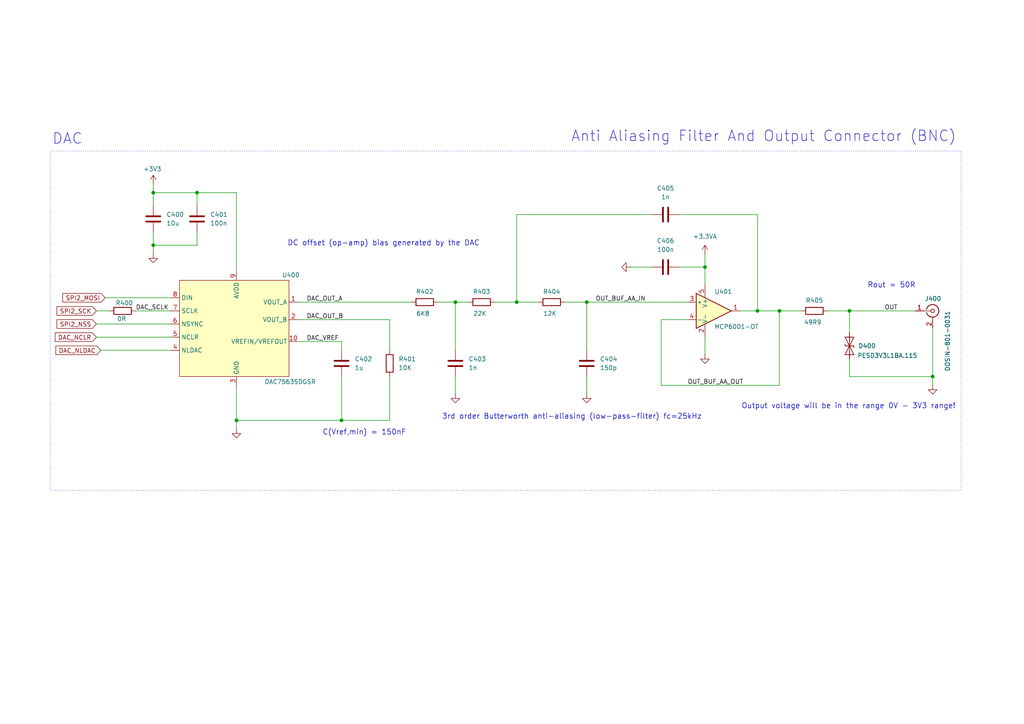
<source format=kicad_sch>
(kicad_sch (version 20250114) (generator "eeschema") (generator_version "9.0")
  (paper "A4")
  (title_block (title "Mixed-Signal-PCB-Design") (date "2025-09-13") (rev "1.0") (company "https://github.com/tsokomalusi/"))
  (lib_symbols
    (symbol "Amplifier_Operational:MCP6001-OT" (pin_names (offset 0.127))
      (property "Reference" "U" (at -1.27 6.35 0))
      (property "Value" "MCP6001-OT" (at -1.27 3.81 0))
      (symbol "MCP6001-OT_0_1"
        (polyline (pts (xy -5.08 5.08) (xy 5.08 0) (xy -5.08 -5.08) (xy -5.08 5.08)) (stroke (width 0.254)) (fill (type background)))
        (pin power_in line (at -2.54 7.62 270) (length 3.81) (name "V+") (number "5"))
        (pin power_in line (at -2.54 -7.62 90) (length 3.81) (name "V-") (number "2"))
      )
      (symbol "MCP6001-OT_1_1"
        (pin input line (at -7.62 2.54 0) (length 2.54) (name "+") (number "3"))
        (pin input line (at -7.62 -2.54 0) (length 2.54) (name "-") (number "4"))
        (pin output line (at 7.62 0 180) (length 2.54) (name "~") (number "1"))
      )
    )
    (symbol "Connector:Conn_Coaxial" (pin_names (offset 1.016) (hide yes))
      (property "Reference" "J" (at 0.254 3.048 0))
      (property "Value" "Conn_Coaxial" (at 2.921 0 90))
      (symbol "Conn_Coaxial_0_1"
        (polyline (pts (xy -2.54 0) (xy -0.508 0)))
        (arc (start 1.778 0) (mid 0.222 -1.8079) (end -1.778 -0.508) (stroke (width 0.254)))
        (arc (start -1.778 0.508) (mid 0.2221 1.8084) (end 1.778 0) (stroke (width 0.254)))
        (circle (center 0 0) (radius 0.508) (stroke (width 0.2032)))
        (polyline (pts (xy 0 -2.54) (xy 0 -1.778)))
      )
      (symbol "Conn_Coaxial_1_1"
        (pin passive line (at -5.08 0 0) (length 2.54) (name "In") (number "1"))
        (pin passive line (at 0 -5.08 90) (length 2.54) (name "Ext") (number "2"))
      )
    )
    (symbol "Device:C" (pin_numbers (hide yes)) (pin_names (offset 0.254))
      (property "Reference" "C" (at 0.635 2.54 0))
      (property "Value" "C" (at 0.635 -2.54 0))
      (symbol "C_0_1"
        (polyline (pts (xy -2.032 0.762) (xy 2.032 0.762)) (stroke (width 0.508)))
        (polyline (pts (xy -2.032 -0.762) (xy 2.032 -0.762)) (stroke (width 0.508)))
      )
      (symbol "C_1_1"
        (pin passive line (at 0 3.81 270) (length 2.794) (name "~") (number "1"))
        (pin passive line (at 0 -3.81 90) (length 2.794) (name "~") (number "2"))
      )
    )
    (symbol "Device:R" (pin_numbers (hide yes)) (pin_names (offset 0))
      (property "Reference" "R" (at 2.032 0 90))
      (property "Value" "R" (at 0 0 90))
      (symbol "R_0_1"
        (rectangle (start -1.016 -2.54) (end 1.016 2.54) (stroke (width 0.254)))
      )
      (symbol "R_1_1"
        (pin passive line (at 0 3.81 270) (length 1.27) (name "~") (number "1"))
        (pin passive line (at 0 -3.81 90) (length 1.27) (name "~") (number "2"))
      )
    )
    (symbol "Diode:SD05_SOD323" (pin_numbers (hide yes)) (pin_names (offset 1.016) (hide yes))
      (property "Reference" "D" (at 0 2.54 0))
      (property "Value" "SD05_SOD323" (at 0 -2.54 0))
      (symbol "SD05_SOD323_0_1"
        (polyline (pts (xy -2.54 -1.27) (xy 0 0) (xy -2.54 1.27) (xy -2.54 -1.27)) (stroke (width 0.2032)))
        (polyline (pts (xy 0.508 1.27) (xy 0 1.27) (xy 0 -1.27) (xy -0.508 -1.27)) (stroke (width 0.2032)))
        (polyline (pts (xy 1.27 0) (xy -1.27 0)))
        (polyline (pts (xy 2.54 1.27) (xy 2.54 -1.27) (xy 0 0) (xy 2.54 1.27)) (stroke (width 0.2032)))
      )
      (symbol "SD05_SOD323_1_1"
        (pin passive line (at -3.81 0 0) (length 2.54) (name "A1") (number "1"))
        (pin passive line (at 3.81 0 180) (length 2.54) (name "A2") (number "2"))
      )
    )
    (symbol "Malusi_Tsoko_Libraries:DAC7563SDGSR"
      (property "Reference" "U400" (at 19.558 23.114 0))
      (property "Value" "DAC7563SDGSR" (at 14.478 -7.874 0))
      (symbol "DAC7563SDGSR_0_0"
        (pin input line (at -12.7 16.51 0) (length 2.54) (name "DIN") (number "8"))
        (pin input line (at -12.7 12.7 0) (length 2.54) (name "SCLK") (number "7"))
        (pin input line (at -12.7 8.89 0) (length 2.54) (name "NSYNC") (number "6"))
        (pin input line (at -12.7 5.08 0) (length 2.54) (name "NCLR") (number "5"))
        (pin input line (at -12.7 1.27 0) (length 2.54) (name "NLDAC") (number "4"))
        (pin input line (at 6.35 24.13 270) (length 2.54) (name "AVDD") (number "9"))
        (pin input line (at 6.35 -8.89 90) (length 2.54) (name "GND") (number "3"))
        (pin bidirectional line (at 24.13 3.81 180) (length 2.54) (name "VREFIN/VREFOUT") (number "10"))
      )
      (symbol "DAC7563SDGSR_1_0"
        (pin output line (at 24.13 15.24 180) (length 2.54) (name "VOUT_A") (number "1"))
        (pin output line (at 24.13 10.16 180) (length 2.54) (name "VOUT_B") (number "2"))
      )
      (symbol "DAC7563SDGSR_1_1"
        (rectangle (start -10.16 21.59) (end 21.59 -6.35) (fill (type background)))
      )
    )
    (symbol "power:+3.3VA" (power) (pin_numbers (hide yes)) (pin_names (offset 0) (hide yes))
      (property "Value" "+3.3VA" (at 0 3.556 0))
      (symbol "+3.3VA_0_1"
        (polyline (pts (xy -0.762 1.27) (xy 0 2.54)))
        (polyline (pts (xy 0 2.54) (xy 0.762 1.27)))
        (polyline (pts (xy 0 0) (xy 0 2.54)))
      )
      (symbol "+3.3VA_1_1"
        (pin power_in line (at 0 0 90) (length 0) (name "~") (number "1"))
      )
    )
    (symbol "power:+3V3" (power) (pin_numbers (hide yes)) (pin_names (offset 0) (hide yes))
      (property "Value" "+3V3" (at 0 3.556 0))
      (symbol "+3V3_0_1"
        (polyline (pts (xy -0.762 1.27) (xy 0 2.54)))
        (polyline (pts (xy 0 2.54) (xy 0.762 1.27)))
        (polyline (pts (xy 0 0) (xy 0 2.54)))
      )
      (symbol "+3V3_1_1"
        (pin power_in line (at 0 0 90) (length 0) (name "~") (number "1"))
      )
    )
    (symbol "power:GND" (power) (pin_numbers (hide yes)) (pin_names (offset 0) (hide yes))
      (property "Value" "GND" (at 0 -3.81 0))
      (symbol "GND_0_1"
        (polyline (pts (xy 0 0) (xy 0 -1.27) (xy 1.27 -1.27) (xy 0 -2.54) (xy -1.27 -1.27) (xy 0 -1.27)))
      )
      (symbol "GND_1_1"
        (pin power_in line (at 0 0 270) (length 0) (name "~") (number "1"))
      )
    )
  )
  (rectangle (start 14.605 43.815) (end 278.765 142.24) (stroke (width 0) (type dot)))
  (text "Output voltage will be in the range 0V - 3V3 range!" (at 246.126 117.856 0) (effects (font (size 1.524 1.524))))
  (text "Anti Aliasing Filter And Output Connector (BNC)" (at 221.488 39.624 0) (effects (font (size 3.048 3.048))))
  (text "C(Vref,min) = 150nF" (at 105.664 125.476 0) (effects (font (size 1.524 1.524))))
  (text "3rd order Butterworth anti-aliasing (low-pass-filter) fc=25kHz" (at 165.862 120.904 0) (effects (font (size 1.524 1.524))))
  (text "DAC" (at 19.558 40.386 0) (effects (font (size 3.048 3.048))))
  (text "DC offset (op-amp) bias generated by the DAC" (at 111.252 70.612 0) (effects (font (size 1.524 1.524))))
  (text "Rout = 50R" (at 258.572 82.804 0) (effects (font (size 1.524 1.524))))
  (junction (at 132.08 87.63))
  (junction (at 226.06 90.17))
  (junction (at 170.18 87.63))
  (junction (at 270.51 109.22))
  (junction (at 57.15 55.88))
  (junction (at 44.45 55.88))
  (junction (at 246.38 90.17))
  (junction (at 44.45 71.12))
  (junction (at 99.06 121.92))
  (junction (at 68.58 121.92))
  (junction (at 149.86 87.63))
  (junction (at 204.47 77.47))
  (junction (at 219.71 90.17))
  (wire (pts (xy 149.86 87.63) (xy 156.21 87.63)))
  (wire (pts (xy 191.77 111.76) (xy 226.06 111.76)))
  (wire (pts (xy 29.21 101.6) (xy 49.53 101.6)))
  (wire (pts (xy 113.03 92.71) (xy 86.36 92.71)))
  (wire (pts (xy 99.06 109.22) (xy 99.06 121.92)))
  (wire (pts (xy 270.51 109.22) (xy 270.51 111.76)))
  (wire (pts (xy 113.03 121.92) (xy 99.06 121.92)))
  (wire (pts (xy 196.85 62.23) (xy 219.71 62.23)))
  (wire (pts (xy 39.37 90.17) (xy 49.53 90.17)))
  (wire (pts (xy 113.03 101.6) (xy 113.03 92.71)))
  (wire (pts (xy 132.08 87.63) (xy 132.08 101.6)))
  (wire (pts (xy 270.51 95.25) (xy 270.51 109.22)))
  (wire (pts (xy 143.51 87.63) (xy 149.86 87.63)))
  (wire (pts (xy 246.38 109.22) (xy 270.51 109.22)))
  (wire (pts (xy 44.45 59.69) (xy 44.45 55.88)))
  (wire (pts (xy 196.85 77.47) (xy 204.47 77.47)))
  (wire (pts (xy 44.45 71.12) (xy 44.45 73.66)))
  (wire (pts (xy 68.58 78.74) (xy 68.58 55.88)))
  (wire (pts (xy 27.94 90.17) (xy 31.75 90.17)))
  (wire (pts (xy 44.45 53.34) (xy 44.45 55.88)))
  (wire (pts (xy 204.47 73.66) (xy 204.47 77.47)))
  (wire (pts (xy 99.06 121.92) (xy 68.58 121.92)))
  (wire (pts (xy 68.58 55.88) (xy 57.15 55.88)))
  (wire (pts (xy 113.03 109.22) (xy 113.03 121.92)))
  (wire (pts (xy 163.83 87.63) (xy 170.18 87.63)))
  (wire (pts (xy 99.06 99.06) (xy 86.36 99.06)))
  (wire (pts (xy 226.06 111.76) (xy 226.06 90.17)))
  (wire (pts (xy 170.18 87.63) (xy 199.39 87.63)))
  (wire (pts (xy 149.86 62.23) (xy 149.86 87.63)))
  (wire (pts (xy 246.38 104.14) (xy 246.38 109.22)))
  (wire (pts (xy 214.63 90.17) (xy 219.71 90.17)))
  (wire (pts (xy 204.47 97.79) (xy 204.47 102.87)))
  (wire (pts (xy 68.58 121.92) (xy 68.58 124.46)))
  (wire (pts (xy 204.47 77.47) (xy 204.47 82.55)))
  (wire (pts (xy 170.18 109.22) (xy 170.18 114.3)))
  (wire (pts (xy 57.15 67.31) (xy 57.15 71.12)))
  (wire (pts (xy 99.06 101.6) (xy 99.06 99.06)))
  (wire (pts (xy 189.23 62.23) (xy 149.86 62.23)))
  (wire (pts (xy 170.18 101.6) (xy 170.18 87.63)))
  (wire (pts (xy 27.94 97.79) (xy 49.53 97.79)))
  (wire (pts (xy 86.36 87.63) (xy 119.38 87.63)))
  (wire (pts (xy 57.15 55.88) (xy 57.15 59.69)))
  (wire (pts (xy 246.38 90.17) (xy 265.43 90.17)))
  (wire (pts (xy 191.77 92.71) (xy 191.77 111.76)))
  (wire (pts (xy 30.48 86.36) (xy 49.53 86.36)))
  (wire (pts (xy 44.45 67.31) (xy 44.45 71.12)))
  (wire (pts (xy 127 87.63) (xy 132.08 87.63)))
  (wire (pts (xy 132.08 109.22) (xy 132.08 114.3)))
  (wire (pts (xy 240.03 90.17) (xy 246.38 90.17)))
  (wire (pts (xy 57.15 55.88) (xy 44.45 55.88)))
  (wire (pts (xy 68.58 111.76) (xy 68.58 121.92)))
  (wire (pts (xy 199.39 92.71) (xy 191.77 92.71)))
  (wire (pts (xy 219.71 90.17) (xy 226.06 90.17)))
  (wire (pts (xy 182.88 77.47) (xy 189.23 77.47)))
  (wire (pts (xy 27.94 93.98) (xy 49.53 93.98)))
  (wire (pts (xy 219.71 62.23) (xy 219.71 90.17)))
  (wire (pts (xy 226.06 90.17) (xy 232.41 90.17)))
  (wire (pts (xy 57.15 71.12) (xy 44.45 71.12)))
  (wire (pts (xy 246.38 90.17) (xy 246.38 96.52)))
  (wire (pts (xy 132.08 87.63) (xy 135.89 87.63)))
  (label "DAC_VREF" (at 88.9 99.06 0))
  (label "OUT_BUF_AA_IN" (at 172.72 87.63 0))
  (label "DAC_SCLK" (at 39.37 90.17 0))
  (label "OUT" (at 256.54 90.17 0))
  (label "DAC_OUT_B" (at 88.9 92.71 0))
  (label "DAC_OUT_A" (at 88.9 87.63 0))
  (label "OUT_BUF_AA_OUT" (at 199.39 111.76 0))
  (global_label "SPI2_MOSI" (shape input) (at 30.48 86.36 180) (property "Intersheetrefs" "${INTERSHEET_REFS}" (effects (hide yes))))
  (global_label "SPI2_NSS" (shape input) (at 27.94 93.98 180) (property "Intersheetrefs" "${INTERSHEET_REFS}" (effects (hide yes))))
  (global_label "DAC_NLDAC" (shape input) (at 29.21 101.6 180) (property "Intersheetrefs" "${INTERSHEET_REFS}" (effects (hide yes))))
  (global_label "DAC_NCLR" (shape input) (at 27.94 97.79 180) (property "Intersheetrefs" "${INTERSHEET_REFS}" (effects (hide yes))))
  (global_label "SPI2_SCK" (shape input) (at 27.94 90.17 180) (property "Intersheetrefs" "${INTERSHEET_REFS}" (effects (hide yes))))
  (symbol (lib_id "Amplifier_Operational:MCP6001-OT") (at 207.01 90.17 0) (unit 1)
    (property "Reference" "U401" (at 209.804 84.582 0))
    (property "Value" "MCP6001-OT" (at 213.614 94.742 0))
    (property "Footprint" "Package_TO_SOT_SMD:SOT-23-5" (effects (hide yes)))
    (property "Datasheet" "https://ww1.microchip.com/downloads/en/DeviceDoc/MCP6001-1R-1U-2-4-1-MHz-Low-Power-Op-Amp-DS20001733L.pdf" (effects (hide yes)))
    (property "Description" "1MHz, Low-Power Op Amp, SOT-23-5" (effects (hide yes)))
    (property "Manufacturer" "Microchip Technology" (effects (hide yes)))
    (property "Manufacturer Part Number" "MCP6001T‑I/OT" (effects (hide yes)))
  )
  (symbol (lib_id "power:GND") (at 68.58 124.46 0) (unit 1)
    (property "Reference" "#PWR053" (effects (hide yes)))
    (property "Value" "GND" (effects (hide yes)))
    (property "Description" "Power symbol creates a global label with name \"GND\" , ground" (effects (hide yes)))
  )
  (symbol (lib_id "Device:R") (at 236.22 90.17 90) (unit 1)
    (property "Reference" "R405" (at 236.22 87.122 90))
    (property "Value" "49R9" (at 235.712 93.472 90))
    (property "Footprint" "Resistor_SMD:R_0603_1608Metric" (effects (hide yes)))
    (property "Description" "Resistor" (effects (hide yes)))
    (property "Manufacturer" "YAGEO" (effects (hide yes)))
    (property "Manufacturer Part Number" "RC0603FR-0749R9L" (effects (hide yes)))
  )
  (symbol (lib_id "power:GND") (at 170.18 114.3 0) (unit 1)
    (property "Reference" "#PWR057" (effects (hide yes)))
    (property "Value" "GND" (effects (hide yes)))
    (property "Description" "Power symbol creates a global label with name \"GND\" , ground" (effects (hide yes)))
  )
  (symbol (lib_id "Device:R") (at 160.02 87.63 90) (unit 1)
    (property "Reference" "R404" (at 160.02 84.582 90))
    (property "Value" "12K" (at 159.512 90.932 90))
    (property "Footprint" "Resistor_SMD:R_0603_1608Metric" (effects (hide yes)))
    (property "Description" "Resistor" (effects (hide yes)))
    (property "Manufacturer" "YAGEO" (effects (hide yes)))
    (property "Manufacturer Part Number" "RC0603FR-0712KL" (effects (hide yes)))
  )
  (symbol (lib_id "Device:C") (at 44.45 63.5 0) (unit 1)
    (property "Reference" "C400" (at 48.26 62.2299 0) (effects (justify left)))
    (property "Value" "10u" (at 48.26 64.7699 0) (effects (justify left)))
    (property "Footprint" "Capacitor_SMD:C_0805_2012Metric" (effects (hide yes)))
    (property "Description" "Unpolarized capacitor" (effects (hide yes)))
    (property "Manufacturer" "KYOCERA AVX" (effects (hide yes)))
    (property "Manufacturer Part Number" "0805X7R106KT1AT" (effects (hide yes)))
  )
  (symbol (lib_id "Diode:SD05_SOD323") (at 246.38 100.33 90) (unit 1)
    (property "Reference" "D400" (at 248.92 100.3299 90) (effects (justify right)))
    (property "Value" "PESD3V3L1BA.115" (at 248.666 103.124 90) (effects (justify right)))
    (property "Footprint" "Diode_SMD:D_SOD-323" (effects (hide yes)))
    (property "Datasheet" "https://www.littelfuse.com/~/media/electronics/datasheets/tvs_diode_arrays/littelfuse_tvs_diode_array_sd_c_datasheet.pdf.pdf" (effects (hide yes)))
    (property "Description" "5V, 450W Discrete Bidirectional TVS Diode, SOD-323" (effects (hide yes)))
    (property "Manufacturer" "Nexperia" (effects (hide yes)))
    (property "Manufacturer Part Number" "PESD3V3L1BA,115" (effects (hide yes)))
  )
  (symbol (lib_id "Device:C") (at 99.06 105.41 0) (unit 1)
    (property "Reference" "C402" (at 102.87 104.1399 0) (effects (justify left)))
    (property "Value" "1u" (at 102.87 106.6799 0) (effects (justify left)))
    (property "Footprint" "Capacitor_SMD:C_0805_2012Metric" (effects (hide yes)))
    (property "Description" "Unpolarized capacitor" (effects (hide yes)))
    (property "Manufacturer" "KYOCERA AVX" (effects (hide yes)))
    (property "Manufacturer Part Number" "08055D105KAT2A" (effects (hide yes)))
  )
  (symbol (lib_id "Connector:Conn_Coaxial") (at 270.51 90.17 0) (unit 1)
    (property "Reference" "J400" (at 268.224 86.614 0) (effects (justify left)))
    (property "Value" "DOSIN-801-0031" (at 274.828 107.696 90) (effects (justify left)))
    (property "Footprint" "Connector_DIN:BNC" (effects (hide yes)))
    (property "Description" "coaxial connector (BNC, SMA, SMB, SMC, Cinch/RCA, LEMO, ...)" (effects (hide yes)))
    (property "Manufacturer" "dosinconn" (effects (hide yes)))
    (property "Manufacturer Part Number" "DOSIN-801-003" (effects (hide yes)))
  )
  (symbol (lib_id "Device:C") (at 132.08 105.41 0) (unit 1)
    (property "Reference" "C403" (at 135.89 104.1399 0) (effects (justify left)))
    (property "Value" "1n" (at 135.89 106.6799 0) (effects (justify left)))
    (property "Footprint" "Capacitor_SMD:C_0603_1608Metric" (effects (hide yes)))
    (property "Description" "Unpolarized capacitor" (effects (hide yes)))
    (property "Manufacturer" "Vishay / Vitramon" (effects (hide yes)))
    (property "Manufacturer Part Number" "VJ0603H102KEBAO34" (effects (hide yes)))
  )
  (symbol (lib_id "Device:C") (at 193.04 62.23 90) (unit 1)
    (property "Reference" "C405" (at 193.04 54.61 90))
    (property "Value" "1n" (at 193.04 57.15 90))
    (property "Footprint" "Capacitor_SMD:C_0603_1608Metric" (effects (hide yes)))
    (property "Description" "Unpolarized capacitor" (effects (hide yes)))
    (property "Manufacturer" "Vishay / Vitramon" (effects (hide yes)))
    (property "Manufacturer Part Number" "VJ0603H102KEBAO34" (effects (hide yes)))
  )
  (symbol (lib_id "power:GND") (at 132.08 114.3 0) (unit 1)
    (property "Reference" "#PWR056" (effects (hide yes)))
    (property "Value" "GND" (effects (hide yes)))
    (property "Description" "Power symbol creates a global label with name \"GND\" , ground" (effects (hide yes)))
  )
  (symbol (lib_id "Device:C") (at 170.18 105.41 0) (unit 1)
    (property "Reference" "C404" (at 173.99 104.1399 0) (effects (justify left)))
    (property "Value" "150p" (at 173.99 106.6799 0) (effects (justify left)))
    (property "Footprint" "Capacitor_SMD:C_0603_1608Metric" (effects (hide yes)))
    (property "Description" "Unpolarized capacitor" (effects (hide yes)))
    (property "Manufacturer" "Vishay / Vitramon" (effects (hide yes)))
    (property "Manufacturer Part Number" "VJ0603A151JXAAC" (effects (hide yes)))
  )
  (symbol (lib_id "Device:C") (at 57.15 63.5 0) (unit 1)
    (property "Reference" "C401" (at 60.96 62.2299 0) (effects (justify left)))
    (property "Value" "100n" (at 60.96 64.7699 0) (effects (justify left)))
    (property "Footprint" "Capacitor_SMD:C_0603_1608Metric" (effects (hide yes)))
    (property "Description" "Unpolarized capacitor" (effects (hide yes)))
    (property "Manufacturer" "YAGEO" (effects (hide yes)))
    (property "Manufacturer Part Number" "CC0603ZRY5V7BB104" (effects (hide yes)))
  )
  (symbol (lib_id "Malusi_Tsoko_Libraries:DAC7563SDGSR") (at 62.23 102.87 0) (unit 1)
    (property "Reference" "U400" (at 81.788 79.756 0) (effects (justify left)))
    (property "Value" "DAC7563SDGSR" (at 76.708 110.744 0) (effects (justify left)))
    (property "Footprint" "DAC7563SDGSR:SOIC-10" (effects (hide yes)))
    (property "Manufacturer" "Texas Instruments" (effects (hide yes)))
    (property "Manufacturer Part Number" "DAC7563SDGSR" (effects (hide yes)))
  )
  (symbol (lib_id "Device:R") (at 139.7 87.63 90) (unit 1)
    (property "Reference" "R403" (at 139.7 84.582 90))
    (property "Value" "22K" (at 139.192 90.932 90))
    (property "Footprint" "Resistor_SMD:R_0603_1608Metric" (effects (hide yes)))
    (property "Description" "Resistor" (effects (hide yes)))
    (property "Manufacturer" "YAGEO" (effects (hide yes)))
    (property "Manufacturer Part Number" "RC0603FR-0722KL" (effects (hide yes)))
  )
  (symbol (lib_id "power:GND") (at 204.47 102.87 0) (unit 1)
    (property "Reference" "#PWR060" (effects (hide yes)))
    (property "Value" "GND" (effects (hide yes)))
    (property "Description" "Power symbol creates a global label with name \"GND\" , ground" (effects (hide yes)))
  )
  (symbol (lib_id "Device:R") (at 123.19 87.63 90) (unit 1)
    (property "Reference" "R402" (at 123.19 84.582 90))
    (property "Value" "6K8" (at 122.682 90.932 90))
    (property "Footprint" "Resistor_SMD:R_0603_1608Metric" (effects (hide yes)))
    (property "Description" "Resistor" (effects (hide yes)))
    (property "Manufacturer" "YAGEO" (effects (hide yes)))
    (property "Manufacturer Part Number" "RC0603FR-076K8L" (effects (hide yes)))
  )
  (symbol (lib_id "power:GND") (at 270.51 111.76 0) (unit 1)
    (property "Reference" "#PWR061" (effects (hide yes)))
    (property "Value" "GND" (effects (hide yes)))
    (property "Description" "Power symbol creates a global label with name \"GND\" , ground" (effects (hide yes)))
  )
  (symbol (lib_id "Device:C") (at 193.04 77.47 90) (unit 1)
    (property "Reference" "C406" (at 193.04 69.85 90))
    (property "Value" "100n" (at 193.04 72.39 90))
    (property "Footprint" "Capacitor_SMD:C_0603_1608Metric" (effects (hide yes)))
    (property "Description" "Unpolarized capacitor" (effects (hide yes)))
    (property "Manufacturer" "YAGEO" (effects (hide yes)))
    (property "Manufacturer Part Number" "CC0603ZRY5V7BB104" (effects (hide yes)))
  )
  (symbol (lib_id "power:GND") (at 182.88 77.47 270) (unit 1)
    (property "Reference" "#PWR059" (effects (hide yes)))
    (property "Value" "GND" (effects (hide yes)))
    (property "Description" "Power symbol creates a global label with name \"GND\" , ground" (effects (hide yes)))
  )
  (symbol (lib_id "power:+3.3VA") (at 204.47 73.66 0) (unit 1)
    (property "Reference" "#PWR058" (effects (hide yes)))
    (property "Value" "+3.3VA" (at 204.47 68.58 0))
    (property "Description" "Power symbol creates a global label with name \"+3.3VA\"" (effects (hide yes)))
  )
  (symbol (lib_id "power:+3V3") (at 44.45 53.34 0) (unit 1)
    (property "Reference" "#PWR054" (effects (hide yes)))
    (property "Value" "+3V3" (at 44.196 49.022 0))
    (property "Description" "Power symbol creates a global label with name \"+3V3\"" (effects (hide yes)))
  )
  (symbol (lib_id "Device:R") (at 35.56 90.17 90) (unit 1)
    (property "Reference" "R400" (at 36.068 87.884 90))
    (property "Value" "0R" (at 35.306 92.456 90))
    (property "Footprint" "Resistor_SMD:R_0603_1608Metric" (effects (hide yes)))
    (property "Description" "Resistor" (effects (hide yes)))
    (property "Manufacturer" "YAGEO" (effects (hide yes)))
    (property "Manufacturer Part Number" "RC0603JR-070RL" (effects (hide yes)))
  )
  (symbol (lib_id "Device:R") (at 113.03 105.41 180) (unit 1)
    (property "Reference" "R401" (at 115.57 104.14 0) (effects (justify right)))
    (property "Value" "10K" (at 115.57 106.68 0) (effects (justify right)))
    (property "Footprint" "Resistor_SMD:R_0603_1608Metric" (effects (hide yes)))
    (property "Description" "Resistor" (effects (hide yes)))
    (property "Manufacturer" "YAGEO" (effects (hide yes)))
    (property "Manufacturer Part Number" "RC0603FR-0710KL" (effects (hide yes)))
  )
  (symbol (lib_id "power:GND") (at 44.45 73.66 0) (unit 1)
    (property "Reference" "#PWR055" (effects (hide yes)))
    (property "Value" "GND" (effects (hide yes)))
    (property "Description" "Power symbol creates a global label with name \"GND\" , ground" (effects (hide yes)))
  )
)
</source>
